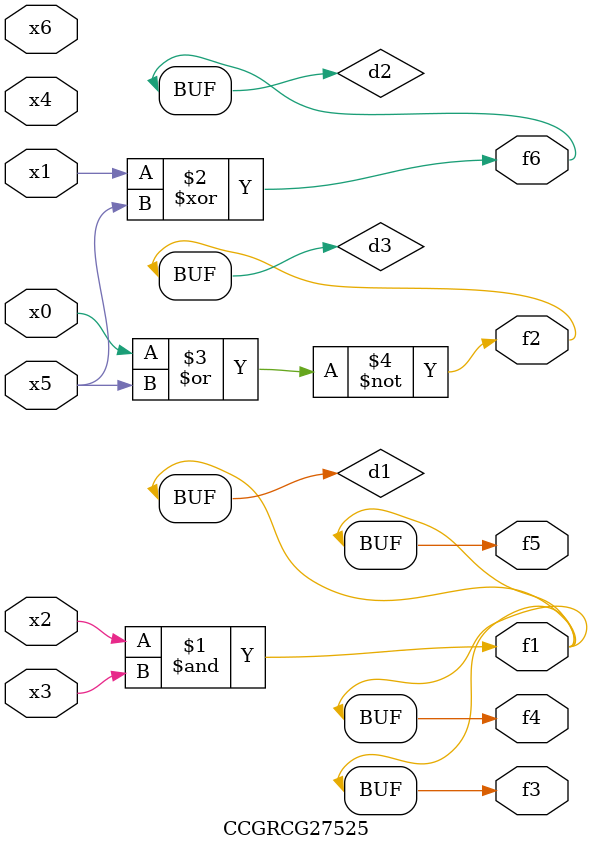
<source format=v>
module CCGRCG27525(
	input x0, x1, x2, x3, x4, x5, x6,
	output f1, f2, f3, f4, f5, f6
);

	wire d1, d2, d3;

	and (d1, x2, x3);
	xor (d2, x1, x5);
	nor (d3, x0, x5);
	assign f1 = d1;
	assign f2 = d3;
	assign f3 = d1;
	assign f4 = d1;
	assign f5 = d1;
	assign f6 = d2;
endmodule

</source>
